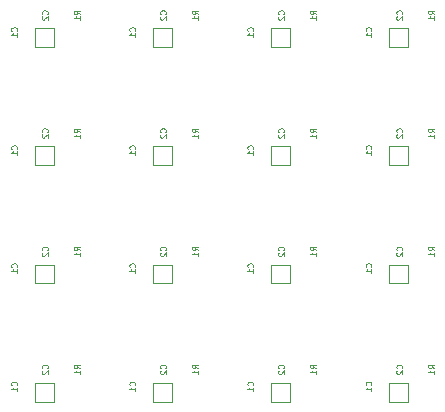
<source format=gbo>
%MOIN*%
%OFA0B0*%
%FSLAX46Y46*%
%IPPOS*%
%LPD*%
%ADD10C,0.0039370078740157488*%
%ADD21C,0.0039370078740157488*%
%ADD22C,0.0039370078740157488*%
%ADD23C,0.0039370078740157488*%
%ADD24C,0.0039370078740157488*%
%ADD25C,0.0039370078740157488*%
%ADD26C,0.0039370078740157488*%
%ADD27C,0.0039370078740157488*%
%ADD28C,0.0039370078740157488*%
%ADD29C,0.0039370078740157488*%
%ADD30C,0.0039370078740157488*%
%ADD31C,0.0039370078740157488*%
%ADD32C,0.0039370078740157488*%
%ADD33C,0.0039370078740157488*%
%ADD34C,0.0039370078740157488*%
%ADD35C,0.0039370078740157488*%
D10*
X0000188976Y0003793307D02*
X0000125984Y0003793307D01*
X0000125984Y0003793307D02*
X0000125984Y0003730314D01*
X0000125984Y0003730314D02*
X0000188976Y0003730314D01*
X0000188976Y0003730314D02*
X0000188976Y0003793307D01*
X0000064116Y0003784776D02*
X0000065054Y0003785714D01*
X0000065991Y0003788526D01*
X0000065991Y0003790401D01*
X0000065054Y0003793213D01*
X0000063179Y0003795088D01*
X0000061304Y0003796025D01*
X0000057555Y0003796962D01*
X0000054743Y0003796962D01*
X0000050993Y0003796025D01*
X0000049118Y0003795088D01*
X0000047244Y0003793213D01*
X0000046306Y0003790401D01*
X0000046306Y0003788526D01*
X0000047244Y0003785714D01*
X0000048181Y0003784776D01*
X0000065991Y0003766029D02*
X0000065991Y0003777277D01*
X0000065991Y0003771653D02*
X0000046306Y0003771653D01*
X0000049118Y0003773528D01*
X0000050993Y0003775403D01*
X0000051930Y0003777277D01*
X0000166479Y0003841076D02*
X0000167416Y0003842013D01*
X0000168353Y0003844825D01*
X0000168353Y0003846700D01*
X0000167416Y0003849512D01*
X0000165541Y0003851387D01*
X0000163667Y0003852324D01*
X0000159917Y0003853262D01*
X0000157105Y0003853262D01*
X0000153355Y0003852324D01*
X0000151481Y0003851387D01*
X0000149606Y0003849512D01*
X0000148668Y0003846700D01*
X0000148668Y0003844825D01*
X0000149606Y0003842013D01*
X0000150543Y0003841076D01*
X0000150543Y0003833577D02*
X0000149606Y0003832639D01*
X0000148668Y0003830764D01*
X0000148668Y0003826077D01*
X0000149606Y0003824203D01*
X0000150543Y0003823265D01*
X0000152418Y0003822328D01*
X0000154293Y0003822328D01*
X0000157105Y0003823265D01*
X0000168353Y0003834514D01*
X0000168353Y0003822328D01*
X0000275834Y0003840682D02*
X0000266460Y0003847244D01*
X0000275834Y0003851931D02*
X0000256149Y0003851931D01*
X0000256149Y0003844431D01*
X0000257086Y0003842557D01*
X0000258023Y0003841619D01*
X0000259898Y0003840682D01*
X0000262710Y0003840682D01*
X0000264585Y0003841619D01*
X0000265523Y0003842557D01*
X0000266460Y0003844431D01*
X0000266460Y0003851931D01*
X0000275834Y0003821934D02*
X0000275834Y0003833183D01*
X0000275834Y0003827559D02*
X0000256149Y0003827559D01*
X0000258961Y0003829433D01*
X0000260836Y0003831308D01*
X0000261773Y0003833183D01*
G04 next file*
G04 #@! TF.GenerationSoftware,KiCad,Pcbnew,(5.1.5)-3*
G04 #@! TF.CreationDate,2021-04-29T13:46:15+02:00*
G04 #@! TF.ProjectId,Hivetracker,48697665-7472-4616-936b-65722e6b6963,rev?*
G04 #@! TF.SameCoordinates,PX2562500PY28a0640*
G04 #@! TF.FileFunction,Legend,Bot*
G04 #@! TF.FilePolarity,Positive*
G04 Gerber Fmt 4.6, Leading zero omitted, Abs format (unit mm)*
G04 Created by KiCad (PCBNEW (5.1.5)-3) date 2021-04-29 13:46:15*
G04 APERTURE LIST*
G04 APERTURE END LIST*
D21*
X0000582677Y0003793307D02*
X0000519685Y0003793307D01*
X0000519685Y0003793307D02*
X0000519685Y0003730314D01*
X0000519685Y0003730314D02*
X0000582677Y0003730314D01*
X0000582677Y0003730314D02*
X0000582677Y0003793307D01*
X0000457817Y0003784776D02*
X0000458755Y0003785714D01*
X0000459692Y0003788526D01*
X0000459692Y0003790401D01*
X0000458755Y0003793213D01*
X0000456880Y0003795088D01*
X0000455005Y0003796025D01*
X0000451256Y0003796962D01*
X0000448443Y0003796962D01*
X0000444694Y0003796025D01*
X0000442819Y0003795088D01*
X0000440944Y0003793213D01*
X0000440007Y0003790401D01*
X0000440007Y0003788526D01*
X0000440944Y0003785714D01*
X0000441882Y0003784776D01*
X0000459692Y0003766029D02*
X0000459692Y0003777277D01*
X0000459692Y0003771653D02*
X0000440007Y0003771653D01*
X0000442819Y0003773528D01*
X0000444694Y0003775403D01*
X0000445631Y0003777277D01*
X0000560179Y0003841076D02*
X0000561117Y0003842013D01*
X0000562054Y0003844825D01*
X0000562054Y0003846700D01*
X0000561117Y0003849512D01*
X0000559242Y0003851387D01*
X0000557367Y0003852324D01*
X0000553618Y0003853262D01*
X0000550806Y0003853262D01*
X0000547056Y0003852324D01*
X0000545181Y0003851387D01*
X0000543307Y0003849512D01*
X0000542369Y0003846700D01*
X0000542369Y0003844825D01*
X0000543307Y0003842013D01*
X0000544244Y0003841076D01*
X0000544244Y0003833577D02*
X0000543307Y0003832639D01*
X0000542369Y0003830764D01*
X0000542369Y0003826077D01*
X0000543307Y0003824203D01*
X0000544244Y0003823265D01*
X0000546119Y0003822328D01*
X0000547993Y0003822328D01*
X0000550806Y0003823265D01*
X0000562054Y0003834514D01*
X0000562054Y0003822328D01*
X0000669535Y0003840682D02*
X0000660161Y0003847244D01*
X0000669535Y0003851931D02*
X0000649850Y0003851931D01*
X0000649850Y0003844431D01*
X0000650787Y0003842557D01*
X0000651724Y0003841619D01*
X0000653599Y0003840682D01*
X0000656411Y0003840682D01*
X0000658286Y0003841619D01*
X0000659223Y0003842557D01*
X0000660161Y0003844431D01*
X0000660161Y0003851931D01*
X0000669535Y0003821934D02*
X0000669535Y0003833183D01*
X0000669535Y0003827559D02*
X0000649850Y0003827559D01*
X0000652662Y0003829433D01*
X0000654536Y0003831308D01*
X0000655474Y0003833183D01*
G04 next file*
G04 #@! TF.GenerationSoftware,KiCad,Pcbnew,(5.1.5)-3*
G04 #@! TF.CreationDate,2021-04-29T13:46:15+02:00*
G04 #@! TF.ProjectId,Hivetracker,48697665-7472-4616-936b-65722e6b6963,rev?*
G04 #@! TF.SameCoordinates,PX2562500PY28a0640*
G04 #@! TF.FileFunction,Legend,Bot*
G04 #@! TF.FilePolarity,Positive*
G04 Gerber Fmt 4.6, Leading zero omitted, Abs format (unit mm)*
G04 Created by KiCad (PCBNEW (5.1.5)-3) date 2021-04-29 13:46:15*
G04 APERTURE LIST*
G04 APERTURE END LIST*
D22*
X0000976377Y0003793307D02*
X0000913385Y0003793307D01*
X0000913385Y0003793307D02*
X0000913385Y0003730314D01*
X0000913385Y0003730314D02*
X0000976377Y0003730314D01*
X0000976377Y0003730314D02*
X0000976377Y0003793307D01*
X0000851518Y0003784776D02*
X0000852455Y0003785714D01*
X0000853393Y0003788526D01*
X0000853393Y0003790401D01*
X0000852455Y0003793213D01*
X0000850581Y0003795088D01*
X0000848706Y0003796025D01*
X0000844956Y0003796962D01*
X0000842144Y0003796962D01*
X0000838395Y0003796025D01*
X0000836520Y0003795088D01*
X0000834645Y0003793213D01*
X0000833708Y0003790401D01*
X0000833708Y0003788526D01*
X0000834645Y0003785714D01*
X0000835583Y0003784776D01*
X0000853393Y0003766029D02*
X0000853393Y0003777277D01*
X0000853393Y0003771653D02*
X0000833708Y0003771653D01*
X0000836520Y0003773528D01*
X0000838395Y0003775403D01*
X0000839332Y0003777277D01*
X0000953880Y0003841076D02*
X0000954818Y0003842013D01*
X0000955755Y0003844825D01*
X0000955755Y0003846700D01*
X0000954818Y0003849512D01*
X0000952943Y0003851387D01*
X0000951068Y0003852324D01*
X0000947319Y0003853262D01*
X0000944506Y0003853262D01*
X0000940757Y0003852324D01*
X0000938882Y0003851387D01*
X0000937007Y0003849512D01*
X0000936070Y0003846700D01*
X0000936070Y0003844825D01*
X0000937007Y0003842013D01*
X0000937945Y0003841076D01*
X0000937945Y0003833577D02*
X0000937007Y0003832639D01*
X0000936070Y0003830764D01*
X0000936070Y0003826077D01*
X0000937007Y0003824203D01*
X0000937945Y0003823265D01*
X0000939820Y0003822328D01*
X0000941694Y0003822328D01*
X0000944506Y0003823265D01*
X0000955755Y0003834514D01*
X0000955755Y0003822328D01*
X0001063235Y0003840682D02*
X0001053862Y0003847244D01*
X0001063235Y0003851931D02*
X0001043550Y0003851931D01*
X0001043550Y0003844431D01*
X0001044488Y0003842557D01*
X0001045425Y0003841619D01*
X0001047300Y0003840682D01*
X0001050112Y0003840682D01*
X0001051987Y0003841619D01*
X0001052924Y0003842557D01*
X0001053862Y0003844431D01*
X0001053862Y0003851931D01*
X0001063235Y0003821934D02*
X0001063235Y0003833183D01*
X0001063235Y0003827559D02*
X0001043550Y0003827559D01*
X0001046362Y0003829433D01*
X0001048237Y0003831308D01*
X0001049175Y0003833183D01*
G04 next file*
G04 #@! TF.GenerationSoftware,KiCad,Pcbnew,(5.1.5)-3*
G04 #@! TF.CreationDate,2021-04-29T13:46:15+02:00*
G04 #@! TF.ProjectId,Hivetracker,48697665-7472-4616-936b-65722e6b6963,rev?*
G04 #@! TF.SameCoordinates,PX2562500PY28a0640*
G04 #@! TF.FileFunction,Legend,Bot*
G04 #@! TF.FilePolarity,Positive*
G04 Gerber Fmt 4.6, Leading zero omitted, Abs format (unit mm)*
G04 Created by KiCad (PCBNEW (5.1.5)-3) date 2021-04-29 13:46:15*
G04 APERTURE LIST*
G04 APERTURE END LIST*
D23*
X0000188976Y0003399606D02*
X0000125984Y0003399606D01*
X0000125984Y0003399606D02*
X0000125984Y0003336614D01*
X0000125984Y0003336614D02*
X0000188976Y0003336614D01*
X0000188976Y0003336614D02*
X0000188976Y0003399606D01*
X0000064116Y0003391076D02*
X0000065054Y0003392013D01*
X0000065991Y0003394825D01*
X0000065991Y0003396700D01*
X0000065054Y0003399512D01*
X0000063179Y0003401387D01*
X0000061304Y0003402324D01*
X0000057555Y0003403262D01*
X0000054743Y0003403262D01*
X0000050993Y0003402324D01*
X0000049118Y0003401387D01*
X0000047244Y0003399512D01*
X0000046306Y0003396700D01*
X0000046306Y0003394825D01*
X0000047244Y0003392013D01*
X0000048181Y0003391076D01*
X0000065991Y0003372328D02*
X0000065991Y0003383577D01*
X0000065991Y0003377952D02*
X0000046306Y0003377952D01*
X0000049118Y0003379827D01*
X0000050993Y0003381702D01*
X0000051930Y0003383577D01*
X0000166479Y0003447375D02*
X0000167416Y0003448312D01*
X0000168353Y0003451124D01*
X0000168353Y0003452999D01*
X0000167416Y0003455811D01*
X0000165541Y0003457686D01*
X0000163667Y0003458623D01*
X0000159917Y0003459561D01*
X0000157105Y0003459561D01*
X0000153355Y0003458623D01*
X0000151481Y0003457686D01*
X0000149606Y0003455811D01*
X0000148668Y0003452999D01*
X0000148668Y0003451124D01*
X0000149606Y0003448312D01*
X0000150543Y0003447375D01*
X0000150543Y0003439876D02*
X0000149606Y0003438938D01*
X0000148668Y0003437064D01*
X0000148668Y0003432377D01*
X0000149606Y0003430502D01*
X0000150543Y0003429565D01*
X0000152418Y0003428627D01*
X0000154293Y0003428627D01*
X0000157105Y0003429565D01*
X0000168353Y0003440813D01*
X0000168353Y0003428627D01*
X0000275834Y0003446981D02*
X0000266460Y0003453543D01*
X0000275834Y0003458230D02*
X0000256149Y0003458230D01*
X0000256149Y0003450731D01*
X0000257086Y0003448856D01*
X0000258023Y0003447919D01*
X0000259898Y0003446981D01*
X0000262710Y0003446981D01*
X0000264585Y0003447919D01*
X0000265523Y0003448856D01*
X0000266460Y0003450731D01*
X0000266460Y0003458230D01*
X0000275834Y0003428233D02*
X0000275834Y0003439482D01*
X0000275834Y0003433858D02*
X0000256149Y0003433858D01*
X0000258961Y0003435733D01*
X0000260836Y0003437607D01*
X0000261773Y0003439482D01*
G04 next file*
G04 #@! TF.GenerationSoftware,KiCad,Pcbnew,(5.1.5)-3*
G04 #@! TF.CreationDate,2021-04-29T13:46:15+02:00*
G04 #@! TF.ProjectId,Hivetracker,48697665-7472-4616-936b-65722e6b6963,rev?*
G04 #@! TF.SameCoordinates,PX2562500PY28a0640*
G04 #@! TF.FileFunction,Legend,Bot*
G04 #@! TF.FilePolarity,Positive*
G04 Gerber Fmt 4.6, Leading zero omitted, Abs format (unit mm)*
G04 Created by KiCad (PCBNEW (5.1.5)-3) date 2021-04-29 13:46:15*
G04 APERTURE LIST*
G04 APERTURE END LIST*
D24*
X0000582677Y0003399606D02*
X0000519685Y0003399606D01*
X0000519685Y0003399606D02*
X0000519685Y0003336614D01*
X0000519685Y0003336614D02*
X0000582677Y0003336614D01*
X0000582677Y0003336614D02*
X0000582677Y0003399606D01*
X0000457817Y0003391076D02*
X0000458755Y0003392013D01*
X0000459692Y0003394825D01*
X0000459692Y0003396700D01*
X0000458755Y0003399512D01*
X0000456880Y0003401387D01*
X0000455005Y0003402324D01*
X0000451256Y0003403262D01*
X0000448443Y0003403262D01*
X0000444694Y0003402324D01*
X0000442819Y0003401387D01*
X0000440944Y0003399512D01*
X0000440007Y0003396700D01*
X0000440007Y0003394825D01*
X0000440944Y0003392013D01*
X0000441882Y0003391076D01*
X0000459692Y0003372328D02*
X0000459692Y0003383577D01*
X0000459692Y0003377952D02*
X0000440007Y0003377952D01*
X0000442819Y0003379827D01*
X0000444694Y0003381702D01*
X0000445631Y0003383577D01*
X0000560179Y0003447375D02*
X0000561117Y0003448312D01*
X0000562054Y0003451124D01*
X0000562054Y0003452999D01*
X0000561117Y0003455811D01*
X0000559242Y0003457686D01*
X0000557367Y0003458623D01*
X0000553618Y0003459561D01*
X0000550806Y0003459561D01*
X0000547056Y0003458623D01*
X0000545181Y0003457686D01*
X0000543307Y0003455811D01*
X0000542369Y0003452999D01*
X0000542369Y0003451124D01*
X0000543307Y0003448312D01*
X0000544244Y0003447375D01*
X0000544244Y0003439876D02*
X0000543307Y0003438938D01*
X0000542369Y0003437064D01*
X0000542369Y0003432377D01*
X0000543307Y0003430502D01*
X0000544244Y0003429565D01*
X0000546119Y0003428627D01*
X0000547993Y0003428627D01*
X0000550806Y0003429565D01*
X0000562054Y0003440813D01*
X0000562054Y0003428627D01*
X0000669535Y0003446981D02*
X0000660161Y0003453543D01*
X0000669535Y0003458230D02*
X0000649850Y0003458230D01*
X0000649850Y0003450731D01*
X0000650787Y0003448856D01*
X0000651724Y0003447919D01*
X0000653599Y0003446981D01*
X0000656411Y0003446981D01*
X0000658286Y0003447919D01*
X0000659223Y0003448856D01*
X0000660161Y0003450731D01*
X0000660161Y0003458230D01*
X0000669535Y0003428233D02*
X0000669535Y0003439482D01*
X0000669535Y0003433858D02*
X0000649850Y0003433858D01*
X0000652662Y0003435733D01*
X0000654536Y0003437607D01*
X0000655474Y0003439482D01*
G04 next file*
G04 #@! TF.GenerationSoftware,KiCad,Pcbnew,(5.1.5)-3*
G04 #@! TF.CreationDate,2021-04-29T13:46:15+02:00*
G04 #@! TF.ProjectId,Hivetracker,48697665-7472-4616-936b-65722e6b6963,rev?*
G04 #@! TF.SameCoordinates,PX2562500PY28a0640*
G04 #@! TF.FileFunction,Legend,Bot*
G04 #@! TF.FilePolarity,Positive*
G04 Gerber Fmt 4.6, Leading zero omitted, Abs format (unit mm)*
G04 Created by KiCad (PCBNEW (5.1.5)-3) date 2021-04-29 13:46:15*
G04 APERTURE LIST*
G04 APERTURE END LIST*
D25*
X0000188976Y0003005905D02*
X0000125984Y0003005905D01*
X0000125984Y0003005905D02*
X0000125984Y0002942913D01*
X0000125984Y0002942913D02*
X0000188976Y0002942913D01*
X0000188976Y0002942913D02*
X0000188976Y0003005905D01*
X0000064116Y0002997375D02*
X0000065054Y0002998312D01*
X0000065991Y0003001124D01*
X0000065991Y0003002999D01*
X0000065054Y0003005811D01*
X0000063179Y0003007686D01*
X0000061304Y0003008623D01*
X0000057555Y0003009561D01*
X0000054743Y0003009561D01*
X0000050993Y0003008623D01*
X0000049118Y0003007686D01*
X0000047244Y0003005811D01*
X0000046306Y0003002999D01*
X0000046306Y0003001124D01*
X0000047244Y0002998312D01*
X0000048181Y0002997375D01*
X0000065991Y0002978627D02*
X0000065991Y0002989876D01*
X0000065991Y0002984251D02*
X0000046306Y0002984251D01*
X0000049118Y0002986126D01*
X0000050993Y0002988001D01*
X0000051930Y0002989876D01*
X0000166479Y0003053674D02*
X0000167416Y0003054611D01*
X0000168353Y0003057424D01*
X0000168353Y0003059298D01*
X0000167416Y0003062111D01*
X0000165541Y0003063985D01*
X0000163667Y0003064923D01*
X0000159917Y0003065860D01*
X0000157105Y0003065860D01*
X0000153355Y0003064923D01*
X0000151481Y0003063985D01*
X0000149606Y0003062111D01*
X0000148668Y0003059298D01*
X0000148668Y0003057424D01*
X0000149606Y0003054611D01*
X0000150543Y0003053674D01*
X0000150543Y0003046175D02*
X0000149606Y0003045238D01*
X0000148668Y0003043363D01*
X0000148668Y0003038676D01*
X0000149606Y0003036801D01*
X0000150543Y0003035864D01*
X0000152418Y0003034926D01*
X0000154293Y0003034926D01*
X0000157105Y0003035864D01*
X0000168353Y0003047112D01*
X0000168353Y0003034926D01*
X0000275834Y0003053280D02*
X0000266460Y0003059842D01*
X0000275834Y0003064529D02*
X0000256149Y0003064529D01*
X0000256149Y0003057030D01*
X0000257086Y0003055155D01*
X0000258023Y0003054218D01*
X0000259898Y0003053280D01*
X0000262710Y0003053280D01*
X0000264585Y0003054218D01*
X0000265523Y0003055155D01*
X0000266460Y0003057030D01*
X0000266460Y0003064529D01*
X0000275834Y0003034533D02*
X0000275834Y0003045781D01*
X0000275834Y0003040157D02*
X0000256149Y0003040157D01*
X0000258961Y0003042032D01*
X0000260836Y0003043907D01*
X0000261773Y0003045781D01*
G04 next file*
G04 #@! TF.GenerationSoftware,KiCad,Pcbnew,(5.1.5)-3*
G04 #@! TF.CreationDate,2021-04-29T13:46:15+02:00*
G04 #@! TF.ProjectId,Hivetracker,48697665-7472-4616-936b-65722e6b6963,rev?*
G04 #@! TF.SameCoordinates,PX2562500PY28a0640*
G04 #@! TF.FileFunction,Legend,Bot*
G04 #@! TF.FilePolarity,Positive*
G04 Gerber Fmt 4.6, Leading zero omitted, Abs format (unit mm)*
G04 Created by KiCad (PCBNEW (5.1.5)-3) date 2021-04-29 13:46:15*
G04 APERTURE LIST*
G04 APERTURE END LIST*
D26*
X0000582677Y0003005905D02*
X0000519685Y0003005905D01*
X0000519685Y0003005905D02*
X0000519685Y0002942913D01*
X0000519685Y0002942913D02*
X0000582677Y0002942913D01*
X0000582677Y0002942913D02*
X0000582677Y0003005905D01*
X0000457817Y0002997375D02*
X0000458755Y0002998312D01*
X0000459692Y0003001124D01*
X0000459692Y0003002999D01*
X0000458755Y0003005811D01*
X0000456880Y0003007686D01*
X0000455005Y0003008623D01*
X0000451256Y0003009561D01*
X0000448443Y0003009561D01*
X0000444694Y0003008623D01*
X0000442819Y0003007686D01*
X0000440944Y0003005811D01*
X0000440007Y0003002999D01*
X0000440007Y0003001124D01*
X0000440944Y0002998312D01*
X0000441882Y0002997375D01*
X0000459692Y0002978627D02*
X0000459692Y0002989876D01*
X0000459692Y0002984251D02*
X0000440007Y0002984251D01*
X0000442819Y0002986126D01*
X0000444694Y0002988001D01*
X0000445631Y0002989876D01*
X0000560179Y0003053674D02*
X0000561117Y0003054611D01*
X0000562054Y0003057424D01*
X0000562054Y0003059298D01*
X0000561117Y0003062111D01*
X0000559242Y0003063985D01*
X0000557367Y0003064923D01*
X0000553618Y0003065860D01*
X0000550806Y0003065860D01*
X0000547056Y0003064923D01*
X0000545181Y0003063985D01*
X0000543307Y0003062111D01*
X0000542369Y0003059298D01*
X0000542369Y0003057424D01*
X0000543307Y0003054611D01*
X0000544244Y0003053674D01*
X0000544244Y0003046175D02*
X0000543307Y0003045238D01*
X0000542369Y0003043363D01*
X0000542369Y0003038676D01*
X0000543307Y0003036801D01*
X0000544244Y0003035864D01*
X0000546119Y0003034926D01*
X0000547993Y0003034926D01*
X0000550806Y0003035864D01*
X0000562054Y0003047112D01*
X0000562054Y0003034926D01*
X0000669535Y0003053280D02*
X0000660161Y0003059842D01*
X0000669535Y0003064529D02*
X0000649850Y0003064529D01*
X0000649850Y0003057030D01*
X0000650787Y0003055155D01*
X0000651724Y0003054218D01*
X0000653599Y0003053280D01*
X0000656411Y0003053280D01*
X0000658286Y0003054218D01*
X0000659223Y0003055155D01*
X0000660161Y0003057030D01*
X0000660161Y0003064529D01*
X0000669535Y0003034533D02*
X0000669535Y0003045781D01*
X0000669535Y0003040157D02*
X0000649850Y0003040157D01*
X0000652662Y0003042032D01*
X0000654536Y0003043907D01*
X0000655474Y0003045781D01*
G04 next file*
G04 #@! TF.GenerationSoftware,KiCad,Pcbnew,(5.1.5)-3*
G04 #@! TF.CreationDate,2021-04-29T13:46:15+02:00*
G04 #@! TF.ProjectId,Hivetracker,48697665-7472-4616-936b-65722e6b6963,rev?*
G04 #@! TF.SameCoordinates,PX2562500PY28a0640*
G04 #@! TF.FileFunction,Legend,Bot*
G04 #@! TF.FilePolarity,Positive*
G04 Gerber Fmt 4.6, Leading zero omitted, Abs format (unit mm)*
G04 Created by KiCad (PCBNEW (5.1.5)-3) date 2021-04-29 13:46:15*
G04 APERTURE LIST*
G04 APERTURE END LIST*
D27*
X0000976377Y0003005905D02*
X0000913385Y0003005905D01*
X0000913385Y0003005905D02*
X0000913385Y0002942913D01*
X0000913385Y0002942913D02*
X0000976377Y0002942913D01*
X0000976377Y0002942913D02*
X0000976377Y0003005905D01*
X0000851518Y0002997375D02*
X0000852455Y0002998312D01*
X0000853393Y0003001124D01*
X0000853393Y0003002999D01*
X0000852455Y0003005811D01*
X0000850581Y0003007686D01*
X0000848706Y0003008623D01*
X0000844956Y0003009561D01*
X0000842144Y0003009561D01*
X0000838395Y0003008623D01*
X0000836520Y0003007686D01*
X0000834645Y0003005811D01*
X0000833708Y0003002999D01*
X0000833708Y0003001124D01*
X0000834645Y0002998312D01*
X0000835583Y0002997375D01*
X0000853393Y0002978627D02*
X0000853393Y0002989876D01*
X0000853393Y0002984251D02*
X0000833708Y0002984251D01*
X0000836520Y0002986126D01*
X0000838395Y0002988001D01*
X0000839332Y0002989876D01*
X0000953880Y0003053674D02*
X0000954818Y0003054611D01*
X0000955755Y0003057424D01*
X0000955755Y0003059298D01*
X0000954818Y0003062111D01*
X0000952943Y0003063985D01*
X0000951068Y0003064923D01*
X0000947319Y0003065860D01*
X0000944506Y0003065860D01*
X0000940757Y0003064923D01*
X0000938882Y0003063985D01*
X0000937007Y0003062111D01*
X0000936070Y0003059298D01*
X0000936070Y0003057424D01*
X0000937007Y0003054611D01*
X0000937945Y0003053674D01*
X0000937945Y0003046175D02*
X0000937007Y0003045238D01*
X0000936070Y0003043363D01*
X0000936070Y0003038676D01*
X0000937007Y0003036801D01*
X0000937945Y0003035864D01*
X0000939820Y0003034926D01*
X0000941694Y0003034926D01*
X0000944506Y0003035864D01*
X0000955755Y0003047112D01*
X0000955755Y0003034926D01*
X0001063235Y0003053280D02*
X0001053862Y0003059842D01*
X0001063235Y0003064529D02*
X0001043550Y0003064529D01*
X0001043550Y0003057030D01*
X0001044488Y0003055155D01*
X0001045425Y0003054218D01*
X0001047300Y0003053280D01*
X0001050112Y0003053280D01*
X0001051987Y0003054218D01*
X0001052924Y0003055155D01*
X0001053862Y0003057030D01*
X0001053862Y0003064529D01*
X0001063235Y0003034533D02*
X0001063235Y0003045781D01*
X0001063235Y0003040157D02*
X0001043550Y0003040157D01*
X0001046362Y0003042032D01*
X0001048237Y0003043907D01*
X0001049175Y0003045781D01*
G04 next file*
G04 #@! TF.GenerationSoftware,KiCad,Pcbnew,(5.1.5)-3*
G04 #@! TF.CreationDate,2021-04-29T13:46:15+02:00*
G04 #@! TF.ProjectId,Hivetracker,48697665-7472-4616-936b-65722e6b6963,rev?*
G04 #@! TF.SameCoordinates,PX2562500PY28a0640*
G04 #@! TF.FileFunction,Legend,Bot*
G04 #@! TF.FilePolarity,Positive*
G04 Gerber Fmt 4.6, Leading zero omitted, Abs format (unit mm)*
G04 Created by KiCad (PCBNEW (5.1.5)-3) date 2021-04-29 13:46:15*
G04 APERTURE LIST*
G04 APERTURE END LIST*
D28*
X0000976377Y0003399606D02*
X0000913385Y0003399606D01*
X0000913385Y0003399606D02*
X0000913385Y0003336614D01*
X0000913385Y0003336614D02*
X0000976377Y0003336614D01*
X0000976377Y0003336614D02*
X0000976377Y0003399606D01*
X0000851518Y0003391076D02*
X0000852455Y0003392013D01*
X0000853393Y0003394825D01*
X0000853393Y0003396700D01*
X0000852455Y0003399512D01*
X0000850581Y0003401387D01*
X0000848706Y0003402324D01*
X0000844956Y0003403262D01*
X0000842144Y0003403262D01*
X0000838395Y0003402324D01*
X0000836520Y0003401387D01*
X0000834645Y0003399512D01*
X0000833708Y0003396700D01*
X0000833708Y0003394825D01*
X0000834645Y0003392013D01*
X0000835583Y0003391076D01*
X0000853393Y0003372328D02*
X0000853393Y0003383577D01*
X0000853393Y0003377952D02*
X0000833708Y0003377952D01*
X0000836520Y0003379827D01*
X0000838395Y0003381702D01*
X0000839332Y0003383577D01*
X0000953880Y0003447375D02*
X0000954818Y0003448312D01*
X0000955755Y0003451124D01*
X0000955755Y0003452999D01*
X0000954818Y0003455811D01*
X0000952943Y0003457686D01*
X0000951068Y0003458623D01*
X0000947319Y0003459561D01*
X0000944506Y0003459561D01*
X0000940757Y0003458623D01*
X0000938882Y0003457686D01*
X0000937007Y0003455811D01*
X0000936070Y0003452999D01*
X0000936070Y0003451124D01*
X0000937007Y0003448312D01*
X0000937945Y0003447375D01*
X0000937945Y0003439876D02*
X0000937007Y0003438938D01*
X0000936070Y0003437064D01*
X0000936070Y0003432377D01*
X0000937007Y0003430502D01*
X0000937945Y0003429565D01*
X0000939820Y0003428627D01*
X0000941694Y0003428627D01*
X0000944506Y0003429565D01*
X0000955755Y0003440813D01*
X0000955755Y0003428627D01*
X0001063235Y0003446981D02*
X0001053862Y0003453543D01*
X0001063235Y0003458230D02*
X0001043550Y0003458230D01*
X0001043550Y0003450731D01*
X0001044488Y0003448856D01*
X0001045425Y0003447919D01*
X0001047300Y0003446981D01*
X0001050112Y0003446981D01*
X0001051987Y0003447919D01*
X0001052924Y0003448856D01*
X0001053862Y0003450731D01*
X0001053862Y0003458230D01*
X0001063235Y0003428233D02*
X0001063235Y0003439482D01*
X0001063235Y0003433858D02*
X0001043550Y0003433858D01*
X0001046362Y0003435733D01*
X0001048237Y0003437607D01*
X0001049175Y0003439482D01*
G04 next file*
G04 #@! TF.GenerationSoftware,KiCad,Pcbnew,(5.1.5)-3*
G04 #@! TF.CreationDate,2021-04-29T13:46:15+02:00*
G04 #@! TF.ProjectId,Hivetracker,48697665-7472-4616-936b-65722e6b6963,rev?*
G04 #@! TF.SameCoordinates,PX2562500PY28a0640*
G04 #@! TF.FileFunction,Legend,Bot*
G04 #@! TF.FilePolarity,Positive*
G04 Gerber Fmt 4.6, Leading zero omitted, Abs format (unit mm)*
G04 Created by KiCad (PCBNEW (5.1.5)-3) date 2021-04-29 13:46:15*
G04 APERTURE LIST*
G04 APERTURE END LIST*
D29*
X0001370078Y0003793307D02*
X0001307086Y0003793307D01*
X0001307086Y0003793307D02*
X0001307086Y0003730314D01*
X0001307086Y0003730314D02*
X0001370078Y0003730314D01*
X0001370078Y0003730314D02*
X0001370078Y0003793307D01*
X0001245219Y0003784776D02*
X0001246156Y0003785714D01*
X0001247094Y0003788526D01*
X0001247094Y0003790401D01*
X0001246156Y0003793213D01*
X0001244281Y0003795088D01*
X0001242407Y0003796025D01*
X0001238657Y0003796962D01*
X0001235845Y0003796962D01*
X0001232095Y0003796025D01*
X0001230221Y0003795088D01*
X0001228346Y0003793213D01*
X0001227409Y0003790401D01*
X0001227409Y0003788526D01*
X0001228346Y0003785714D01*
X0001229283Y0003784776D01*
X0001247094Y0003766029D02*
X0001247094Y0003777277D01*
X0001247094Y0003771653D02*
X0001227409Y0003771653D01*
X0001230221Y0003773528D01*
X0001232095Y0003775403D01*
X0001233033Y0003777277D01*
X0001347581Y0003841076D02*
X0001348518Y0003842013D01*
X0001349456Y0003844825D01*
X0001349456Y0003846700D01*
X0001348518Y0003849512D01*
X0001346644Y0003851387D01*
X0001344769Y0003852324D01*
X0001341019Y0003853262D01*
X0001338207Y0003853262D01*
X0001334458Y0003852324D01*
X0001332583Y0003851387D01*
X0001330708Y0003849512D01*
X0001329771Y0003846700D01*
X0001329771Y0003844825D01*
X0001330708Y0003842013D01*
X0001331646Y0003841076D01*
X0001331646Y0003833577D02*
X0001330708Y0003832639D01*
X0001329771Y0003830764D01*
X0001329771Y0003826077D01*
X0001330708Y0003824203D01*
X0001331646Y0003823265D01*
X0001333520Y0003822328D01*
X0001335395Y0003822328D01*
X0001338207Y0003823265D01*
X0001349456Y0003834514D01*
X0001349456Y0003822328D01*
X0001456936Y0003840682D02*
X0001447562Y0003847244D01*
X0001456936Y0003851931D02*
X0001437251Y0003851931D01*
X0001437251Y0003844431D01*
X0001438188Y0003842557D01*
X0001439126Y0003841619D01*
X0001441001Y0003840682D01*
X0001443813Y0003840682D01*
X0001445688Y0003841619D01*
X0001446625Y0003842557D01*
X0001447562Y0003844431D01*
X0001447562Y0003851931D01*
X0001456936Y0003821934D02*
X0001456936Y0003833183D01*
X0001456936Y0003827559D02*
X0001437251Y0003827559D01*
X0001440063Y0003829433D01*
X0001441938Y0003831308D01*
X0001442875Y0003833183D01*
G04 next file*
G04 #@! TF.GenerationSoftware,KiCad,Pcbnew,(5.1.5)-3*
G04 #@! TF.CreationDate,2021-04-29T13:46:15+02:00*
G04 #@! TF.ProjectId,Hivetracker,48697665-7472-4616-936b-65722e6b6963,rev?*
G04 #@! TF.SameCoordinates,PX2562500PY28a0640*
G04 #@! TF.FileFunction,Legend,Bot*
G04 #@! TF.FilePolarity,Positive*
G04 Gerber Fmt 4.6, Leading zero omitted, Abs format (unit mm)*
G04 Created by KiCad (PCBNEW (5.1.5)-3) date 2021-04-29 13:46:15*
G04 APERTURE LIST*
G04 APERTURE END LIST*
D30*
X0001370078Y0003399606D02*
X0001307086Y0003399606D01*
X0001307086Y0003399606D02*
X0001307086Y0003336614D01*
X0001307086Y0003336614D02*
X0001370078Y0003336614D01*
X0001370078Y0003336614D02*
X0001370078Y0003399606D01*
X0001245219Y0003391076D02*
X0001246156Y0003392013D01*
X0001247094Y0003394825D01*
X0001247094Y0003396700D01*
X0001246156Y0003399512D01*
X0001244281Y0003401387D01*
X0001242407Y0003402324D01*
X0001238657Y0003403262D01*
X0001235845Y0003403262D01*
X0001232095Y0003402324D01*
X0001230221Y0003401387D01*
X0001228346Y0003399512D01*
X0001227409Y0003396700D01*
X0001227409Y0003394825D01*
X0001228346Y0003392013D01*
X0001229283Y0003391076D01*
X0001247094Y0003372328D02*
X0001247094Y0003383577D01*
X0001247094Y0003377952D02*
X0001227409Y0003377952D01*
X0001230221Y0003379827D01*
X0001232095Y0003381702D01*
X0001233033Y0003383577D01*
X0001347581Y0003447375D02*
X0001348518Y0003448312D01*
X0001349456Y0003451124D01*
X0001349456Y0003452999D01*
X0001348518Y0003455811D01*
X0001346644Y0003457686D01*
X0001344769Y0003458623D01*
X0001341019Y0003459561D01*
X0001338207Y0003459561D01*
X0001334458Y0003458623D01*
X0001332583Y0003457686D01*
X0001330708Y0003455811D01*
X0001329771Y0003452999D01*
X0001329771Y0003451124D01*
X0001330708Y0003448312D01*
X0001331646Y0003447375D01*
X0001331646Y0003439876D02*
X0001330708Y0003438938D01*
X0001329771Y0003437064D01*
X0001329771Y0003432377D01*
X0001330708Y0003430502D01*
X0001331646Y0003429565D01*
X0001333520Y0003428627D01*
X0001335395Y0003428627D01*
X0001338207Y0003429565D01*
X0001349456Y0003440813D01*
X0001349456Y0003428627D01*
X0001456936Y0003446981D02*
X0001447562Y0003453543D01*
X0001456936Y0003458230D02*
X0001437251Y0003458230D01*
X0001437251Y0003450731D01*
X0001438188Y0003448856D01*
X0001439126Y0003447919D01*
X0001441001Y0003446981D01*
X0001443813Y0003446981D01*
X0001445688Y0003447919D01*
X0001446625Y0003448856D01*
X0001447562Y0003450731D01*
X0001447562Y0003458230D01*
X0001456936Y0003428233D02*
X0001456936Y0003439482D01*
X0001456936Y0003433858D02*
X0001437251Y0003433858D01*
X0001440063Y0003435733D01*
X0001441938Y0003437607D01*
X0001442875Y0003439482D01*
G04 next file*
G04 #@! TF.GenerationSoftware,KiCad,Pcbnew,(5.1.5)-3*
G04 #@! TF.CreationDate,2021-04-29T13:46:15+02:00*
G04 #@! TF.ProjectId,Hivetracker,48697665-7472-4616-936b-65722e6b6963,rev?*
G04 #@! TF.SameCoordinates,PX2562500PY28a0640*
G04 #@! TF.FileFunction,Legend,Bot*
G04 #@! TF.FilePolarity,Positive*
G04 Gerber Fmt 4.6, Leading zero omitted, Abs format (unit mm)*
G04 Created by KiCad (PCBNEW (5.1.5)-3) date 2021-04-29 13:46:15*
G04 APERTURE LIST*
G04 APERTURE END LIST*
D31*
X0001370078Y0003005905D02*
X0001307086Y0003005905D01*
X0001307086Y0003005905D02*
X0001307086Y0002942913D01*
X0001307086Y0002942913D02*
X0001370078Y0002942913D01*
X0001370078Y0002942913D02*
X0001370078Y0003005905D01*
X0001245219Y0002997375D02*
X0001246156Y0002998312D01*
X0001247094Y0003001124D01*
X0001247094Y0003002999D01*
X0001246156Y0003005811D01*
X0001244281Y0003007686D01*
X0001242407Y0003008623D01*
X0001238657Y0003009561D01*
X0001235845Y0003009561D01*
X0001232095Y0003008623D01*
X0001230221Y0003007686D01*
X0001228346Y0003005811D01*
X0001227409Y0003002999D01*
X0001227409Y0003001124D01*
X0001228346Y0002998312D01*
X0001229283Y0002997375D01*
X0001247094Y0002978627D02*
X0001247094Y0002989876D01*
X0001247094Y0002984251D02*
X0001227409Y0002984251D01*
X0001230221Y0002986126D01*
X0001232095Y0002988001D01*
X0001233033Y0002989876D01*
X0001347581Y0003053674D02*
X0001348518Y0003054611D01*
X0001349456Y0003057424D01*
X0001349456Y0003059298D01*
X0001348518Y0003062111D01*
X0001346644Y0003063985D01*
X0001344769Y0003064923D01*
X0001341019Y0003065860D01*
X0001338207Y0003065860D01*
X0001334458Y0003064923D01*
X0001332583Y0003063985D01*
X0001330708Y0003062111D01*
X0001329771Y0003059298D01*
X0001329771Y0003057424D01*
X0001330708Y0003054611D01*
X0001331646Y0003053674D01*
X0001331646Y0003046175D02*
X0001330708Y0003045238D01*
X0001329771Y0003043363D01*
X0001329771Y0003038676D01*
X0001330708Y0003036801D01*
X0001331646Y0003035864D01*
X0001333520Y0003034926D01*
X0001335395Y0003034926D01*
X0001338207Y0003035864D01*
X0001349456Y0003047112D01*
X0001349456Y0003034926D01*
X0001456936Y0003053280D02*
X0001447562Y0003059842D01*
X0001456936Y0003064529D02*
X0001437251Y0003064529D01*
X0001437251Y0003057030D01*
X0001438188Y0003055155D01*
X0001439126Y0003054218D01*
X0001441001Y0003053280D01*
X0001443813Y0003053280D01*
X0001445688Y0003054218D01*
X0001446625Y0003055155D01*
X0001447562Y0003057030D01*
X0001447562Y0003064529D01*
X0001456936Y0003034533D02*
X0001456936Y0003045781D01*
X0001456936Y0003040157D02*
X0001437251Y0003040157D01*
X0001440063Y0003042032D01*
X0001441938Y0003043907D01*
X0001442875Y0003045781D01*
G04 next file*
G04 #@! TF.GenerationSoftware,KiCad,Pcbnew,(5.1.5)-3*
G04 #@! TF.CreationDate,2021-04-29T13:46:15+02:00*
G04 #@! TF.ProjectId,Hivetracker,48697665-7472-4616-936b-65722e6b6963,rev?*
G04 #@! TF.SameCoordinates,PX2562500PY28a0640*
G04 #@! TF.FileFunction,Legend,Bot*
G04 #@! TF.FilePolarity,Positive*
G04 Gerber Fmt 4.6, Leading zero omitted, Abs format (unit mm)*
G04 Created by KiCad (PCBNEW (5.1.5)-3) date 2021-04-29 13:46:15*
G04 APERTURE LIST*
G04 APERTURE END LIST*
D32*
X0000188976Y0002612204D02*
X0000125984Y0002612204D01*
X0000125984Y0002612204D02*
X0000125984Y0002549212D01*
X0000125984Y0002549212D02*
X0000188976Y0002549212D01*
X0000188976Y0002549212D02*
X0000188976Y0002612204D01*
X0000064116Y0002603674D02*
X0000065054Y0002604611D01*
X0000065991Y0002607424D01*
X0000065991Y0002609298D01*
X0000065054Y0002612111D01*
X0000063179Y0002613985D01*
X0000061304Y0002614923D01*
X0000057555Y0002615860D01*
X0000054743Y0002615860D01*
X0000050993Y0002614923D01*
X0000049118Y0002613985D01*
X0000047244Y0002612111D01*
X0000046306Y0002609298D01*
X0000046306Y0002607424D01*
X0000047244Y0002604611D01*
X0000048181Y0002603674D01*
X0000065991Y0002584926D02*
X0000065991Y0002596175D01*
X0000065991Y0002590551D02*
X0000046306Y0002590551D01*
X0000049118Y0002592425D01*
X0000050993Y0002594300D01*
X0000051930Y0002596175D01*
X0000166479Y0002659973D02*
X0000167416Y0002660911D01*
X0000168353Y0002663723D01*
X0000168353Y0002665598D01*
X0000167416Y0002668410D01*
X0000165541Y0002670285D01*
X0000163667Y0002671222D01*
X0000159917Y0002672159D01*
X0000157105Y0002672159D01*
X0000153355Y0002671222D01*
X0000151481Y0002670285D01*
X0000149606Y0002668410D01*
X0000148668Y0002665598D01*
X0000148668Y0002663723D01*
X0000149606Y0002660911D01*
X0000150543Y0002659973D01*
X0000150543Y0002652474D02*
X0000149606Y0002651537D01*
X0000148668Y0002649662D01*
X0000148668Y0002644975D01*
X0000149606Y0002643100D01*
X0000150543Y0002642163D01*
X0000152418Y0002641226D01*
X0000154293Y0002641226D01*
X0000157105Y0002642163D01*
X0000168353Y0002653412D01*
X0000168353Y0002641226D01*
X0000275834Y0002659580D02*
X0000266460Y0002666141D01*
X0000275834Y0002670828D02*
X0000256149Y0002670828D01*
X0000256149Y0002663329D01*
X0000257086Y0002661454D01*
X0000258023Y0002660517D01*
X0000259898Y0002659580D01*
X0000262710Y0002659580D01*
X0000264585Y0002660517D01*
X0000265523Y0002661454D01*
X0000266460Y0002663329D01*
X0000266460Y0002670828D01*
X0000275834Y0002640832D02*
X0000275834Y0002652081D01*
X0000275834Y0002646456D02*
X0000256149Y0002646456D01*
X0000258961Y0002648331D01*
X0000260836Y0002650206D01*
X0000261773Y0002652081D01*
G04 next file*
G04 #@! TF.GenerationSoftware,KiCad,Pcbnew,(5.1.5)-3*
G04 #@! TF.CreationDate,2021-04-29T13:46:15+02:00*
G04 #@! TF.ProjectId,Hivetracker,48697665-7472-4616-936b-65722e6b6963,rev?*
G04 #@! TF.SameCoordinates,PX2562500PY28a0640*
G04 #@! TF.FileFunction,Legend,Bot*
G04 #@! TF.FilePolarity,Positive*
G04 Gerber Fmt 4.6, Leading zero omitted, Abs format (unit mm)*
G04 Created by KiCad (PCBNEW (5.1.5)-3) date 2021-04-29 13:46:15*
G04 APERTURE LIST*
G04 APERTURE END LIST*
D33*
X0000582677Y0002612204D02*
X0000519685Y0002612204D01*
X0000519685Y0002612204D02*
X0000519685Y0002549212D01*
X0000519685Y0002549212D02*
X0000582677Y0002549212D01*
X0000582677Y0002549212D02*
X0000582677Y0002612204D01*
X0000457817Y0002603674D02*
X0000458755Y0002604611D01*
X0000459692Y0002607424D01*
X0000459692Y0002609298D01*
X0000458755Y0002612111D01*
X0000456880Y0002613985D01*
X0000455005Y0002614923D01*
X0000451256Y0002615860D01*
X0000448443Y0002615860D01*
X0000444694Y0002614923D01*
X0000442819Y0002613985D01*
X0000440944Y0002612111D01*
X0000440007Y0002609298D01*
X0000440007Y0002607424D01*
X0000440944Y0002604611D01*
X0000441882Y0002603674D01*
X0000459692Y0002584926D02*
X0000459692Y0002596175D01*
X0000459692Y0002590551D02*
X0000440007Y0002590551D01*
X0000442819Y0002592425D01*
X0000444694Y0002594300D01*
X0000445631Y0002596175D01*
X0000560179Y0002659973D02*
X0000561117Y0002660911D01*
X0000562054Y0002663723D01*
X0000562054Y0002665598D01*
X0000561117Y0002668410D01*
X0000559242Y0002670285D01*
X0000557367Y0002671222D01*
X0000553618Y0002672159D01*
X0000550806Y0002672159D01*
X0000547056Y0002671222D01*
X0000545181Y0002670285D01*
X0000543307Y0002668410D01*
X0000542369Y0002665598D01*
X0000542369Y0002663723D01*
X0000543307Y0002660911D01*
X0000544244Y0002659973D01*
X0000544244Y0002652474D02*
X0000543307Y0002651537D01*
X0000542369Y0002649662D01*
X0000542369Y0002644975D01*
X0000543307Y0002643100D01*
X0000544244Y0002642163D01*
X0000546119Y0002641226D01*
X0000547993Y0002641226D01*
X0000550806Y0002642163D01*
X0000562054Y0002653412D01*
X0000562054Y0002641226D01*
X0000669535Y0002659580D02*
X0000660161Y0002666141D01*
X0000669535Y0002670828D02*
X0000649850Y0002670828D01*
X0000649850Y0002663329D01*
X0000650787Y0002661454D01*
X0000651724Y0002660517D01*
X0000653599Y0002659580D01*
X0000656411Y0002659580D01*
X0000658286Y0002660517D01*
X0000659223Y0002661454D01*
X0000660161Y0002663329D01*
X0000660161Y0002670828D01*
X0000669535Y0002640832D02*
X0000669535Y0002652081D01*
X0000669535Y0002646456D02*
X0000649850Y0002646456D01*
X0000652662Y0002648331D01*
X0000654536Y0002650206D01*
X0000655474Y0002652081D01*
G04 next file*
G04 #@! TF.GenerationSoftware,KiCad,Pcbnew,(5.1.5)-3*
G04 #@! TF.CreationDate,2021-04-29T13:46:15+02:00*
G04 #@! TF.ProjectId,Hivetracker,48697665-7472-4616-936b-65722e6b6963,rev?*
G04 #@! TF.SameCoordinates,PX2562500PY28a0640*
G04 #@! TF.FileFunction,Legend,Bot*
G04 #@! TF.FilePolarity,Positive*
G04 Gerber Fmt 4.6, Leading zero omitted, Abs format (unit mm)*
G04 Created by KiCad (PCBNEW (5.1.5)-3) date 2021-04-29 13:46:15*
G04 APERTURE LIST*
G04 APERTURE END LIST*
D34*
X0000976377Y0002612204D02*
X0000913385Y0002612204D01*
X0000913385Y0002612204D02*
X0000913385Y0002549212D01*
X0000913385Y0002549212D02*
X0000976377Y0002549212D01*
X0000976377Y0002549212D02*
X0000976377Y0002612204D01*
X0000851518Y0002603674D02*
X0000852455Y0002604611D01*
X0000853393Y0002607424D01*
X0000853393Y0002609298D01*
X0000852455Y0002612111D01*
X0000850581Y0002613985D01*
X0000848706Y0002614923D01*
X0000844956Y0002615860D01*
X0000842144Y0002615860D01*
X0000838395Y0002614923D01*
X0000836520Y0002613985D01*
X0000834645Y0002612111D01*
X0000833708Y0002609298D01*
X0000833708Y0002607424D01*
X0000834645Y0002604611D01*
X0000835583Y0002603674D01*
X0000853393Y0002584926D02*
X0000853393Y0002596175D01*
X0000853393Y0002590551D02*
X0000833708Y0002590551D01*
X0000836520Y0002592425D01*
X0000838395Y0002594300D01*
X0000839332Y0002596175D01*
X0000953880Y0002659973D02*
X0000954818Y0002660911D01*
X0000955755Y0002663723D01*
X0000955755Y0002665598D01*
X0000954818Y0002668410D01*
X0000952943Y0002670285D01*
X0000951068Y0002671222D01*
X0000947319Y0002672159D01*
X0000944506Y0002672159D01*
X0000940757Y0002671222D01*
X0000938882Y0002670285D01*
X0000937007Y0002668410D01*
X0000936070Y0002665598D01*
X0000936070Y0002663723D01*
X0000937007Y0002660911D01*
X0000937945Y0002659973D01*
X0000937945Y0002652474D02*
X0000937007Y0002651537D01*
X0000936070Y0002649662D01*
X0000936070Y0002644975D01*
X0000937007Y0002643100D01*
X0000937945Y0002642163D01*
X0000939820Y0002641226D01*
X0000941694Y0002641226D01*
X0000944506Y0002642163D01*
X0000955755Y0002653412D01*
X0000955755Y0002641226D01*
X0001063235Y0002659580D02*
X0001053862Y0002666141D01*
X0001063235Y0002670828D02*
X0001043550Y0002670828D01*
X0001043550Y0002663329D01*
X0001044488Y0002661454D01*
X0001045425Y0002660517D01*
X0001047300Y0002659580D01*
X0001050112Y0002659580D01*
X0001051987Y0002660517D01*
X0001052924Y0002661454D01*
X0001053862Y0002663329D01*
X0001053862Y0002670828D01*
X0001063235Y0002640832D02*
X0001063235Y0002652081D01*
X0001063235Y0002646456D02*
X0001043550Y0002646456D01*
X0001046362Y0002648331D01*
X0001048237Y0002650206D01*
X0001049175Y0002652081D01*
G04 next file*
G04 #@! TF.GenerationSoftware,KiCad,Pcbnew,(5.1.5)-3*
G04 #@! TF.CreationDate,2021-04-29T13:46:15+02:00*
G04 #@! TF.ProjectId,Hivetracker,48697665-7472-4616-936b-65722e6b6963,rev?*
G04 #@! TF.SameCoordinates,PX2562500PY28a0640*
G04 #@! TF.FileFunction,Legend,Bot*
G04 #@! TF.FilePolarity,Positive*
G04 Gerber Fmt 4.6, Leading zero omitted, Abs format (unit mm)*
G04 Created by KiCad (PCBNEW (5.1.5)-3) date 2021-04-29 13:46:15*
G04 APERTURE LIST*
G04 APERTURE END LIST*
D35*
X0001370078Y0002612204D02*
X0001307086Y0002612204D01*
X0001307086Y0002612204D02*
X0001307086Y0002549212D01*
X0001307086Y0002549212D02*
X0001370078Y0002549212D01*
X0001370078Y0002549212D02*
X0001370078Y0002612204D01*
X0001245219Y0002603674D02*
X0001246156Y0002604611D01*
X0001247094Y0002607424D01*
X0001247094Y0002609298D01*
X0001246156Y0002612111D01*
X0001244281Y0002613985D01*
X0001242407Y0002614923D01*
X0001238657Y0002615860D01*
X0001235845Y0002615860D01*
X0001232095Y0002614923D01*
X0001230221Y0002613985D01*
X0001228346Y0002612111D01*
X0001227409Y0002609298D01*
X0001227409Y0002607424D01*
X0001228346Y0002604611D01*
X0001229283Y0002603674D01*
X0001247094Y0002584926D02*
X0001247094Y0002596175D01*
X0001247094Y0002590551D02*
X0001227409Y0002590551D01*
X0001230221Y0002592425D01*
X0001232095Y0002594300D01*
X0001233033Y0002596175D01*
X0001347581Y0002659973D02*
X0001348518Y0002660911D01*
X0001349456Y0002663723D01*
X0001349456Y0002665598D01*
X0001348518Y0002668410D01*
X0001346644Y0002670285D01*
X0001344769Y0002671222D01*
X0001341019Y0002672159D01*
X0001338207Y0002672159D01*
X0001334458Y0002671222D01*
X0001332583Y0002670285D01*
X0001330708Y0002668410D01*
X0001329771Y0002665598D01*
X0001329771Y0002663723D01*
X0001330708Y0002660911D01*
X0001331646Y0002659973D01*
X0001331646Y0002652474D02*
X0001330708Y0002651537D01*
X0001329771Y0002649662D01*
X0001329771Y0002644975D01*
X0001330708Y0002643100D01*
X0001331646Y0002642163D01*
X0001333520Y0002641226D01*
X0001335395Y0002641226D01*
X0001338207Y0002642163D01*
X0001349456Y0002653412D01*
X0001349456Y0002641226D01*
X0001456936Y0002659580D02*
X0001447562Y0002666141D01*
X0001456936Y0002670828D02*
X0001437251Y0002670828D01*
X0001437251Y0002663329D01*
X0001438188Y0002661454D01*
X0001439126Y0002660517D01*
X0001441001Y0002659580D01*
X0001443813Y0002659580D01*
X0001445688Y0002660517D01*
X0001446625Y0002661454D01*
X0001447562Y0002663329D01*
X0001447562Y0002670828D01*
X0001456936Y0002640832D02*
X0001456936Y0002652081D01*
X0001456936Y0002646456D02*
X0001437251Y0002646456D01*
X0001440063Y0002648331D01*
X0001441938Y0002650206D01*
X0001442875Y0002652081D01*
M02*
</source>
